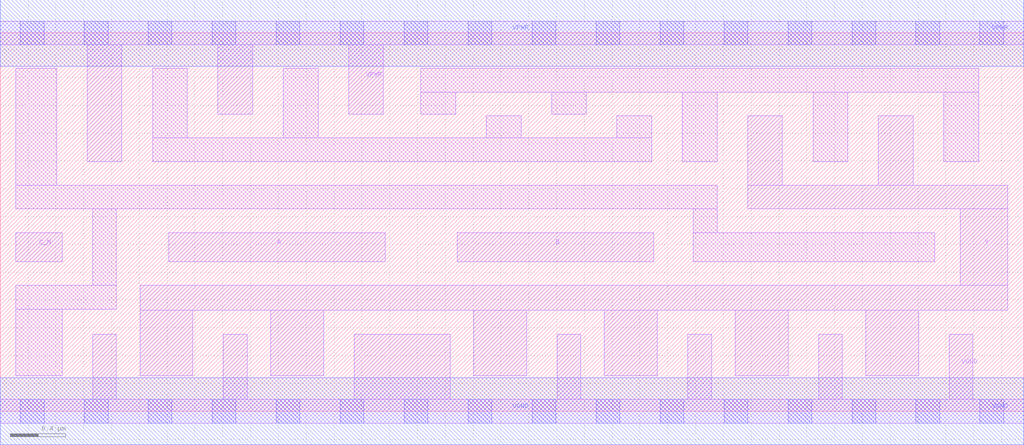
<source format=lef>
# Copyright 2020 The SkyWater PDK Authors
#
# Licensed under the Apache License, Version 2.0 (the "License");
# you may not use this file except in compliance with the License.
# You may obtain a copy of the License at
#
#     https://www.apache.org/licenses/LICENSE-2.0
#
# Unless required by applicable law or agreed to in writing, software
# distributed under the License is distributed on an "AS IS" BASIS,
# WITHOUT WARRANTIES OR CONDITIONS OF ANY KIND, either express or implied.
# See the License for the specific language governing permissions and
# limitations under the License.
#
# SPDX-License-Identifier: Apache-2.0

VERSION 5.7 ;
  NAMESCASESENSITIVE ON ;
  NOWIREEXTENSIONATPIN ON ;
  DIVIDERCHAR "/" ;
  BUSBITCHARS "[]" ;
UNITS
  DATABASE MICRONS 200 ;
END UNITS
PROPERTYDEFINITIONS
  MACRO maskLayoutSubType STRING ;
  MACRO prCellType STRING ;
  MACRO originalViewName STRING ;
END PROPERTYDEFINITIONS
MACRO sky130_fd_sc_hdll__nor3b_4
  CLASS CORE ;
  FOREIGN sky130_fd_sc_hdll__nor3b_4 ;
  ORIGIN  0.000000  0.000000 ;
  SIZE  7.360000 BY  2.720000 ;
  SYMMETRY X Y R90 ;
  SITE unithd ;
  PIN A
    ANTENNAGATEAREA  1.110000 ;
    DIRECTION INPUT ;
    USE SIGNAL ;
    PORT
      LAYER li1 ;
        RECT 1.210000 1.075000 2.770000 1.285000 ;
    END
  END A
  PIN B
    ANTENNAGATEAREA  1.110000 ;
    DIRECTION INPUT ;
    USE SIGNAL ;
    PORT
      LAYER li1 ;
        RECT 3.285000 1.075000 4.700000 1.285000 ;
    END
  END B
  PIN C_N
    ANTENNAGATEAREA  0.277500 ;
    DIRECTION INPUT ;
    USE SIGNAL ;
    PORT
      LAYER li1 ;
        RECT 0.110000 1.075000 0.445000 1.285000 ;
    END
  END C_N
  PIN Y
    ANTENNADIFFAREA  1.925500 ;
    DIRECTION OUTPUT ;
    USE SIGNAL ;
    PORT
      LAYER li1 ;
        RECT 1.005000 0.255000 1.385000 0.725000 ;
        RECT 1.005000 0.725000 7.245000 0.905000 ;
        RECT 1.945000 0.255000 2.325000 0.725000 ;
        RECT 3.405000 0.255000 3.785000 0.725000 ;
        RECT 4.345000 0.255000 4.725000 0.725000 ;
        RECT 5.285000 0.255000 5.665000 0.725000 ;
        RECT 5.375000 1.455000 7.245000 1.625000 ;
        RECT 5.375000 1.625000 5.625000 2.125000 ;
        RECT 6.225000 0.255000 6.605000 0.725000 ;
        RECT 6.315000 1.625000 6.565000 2.125000 ;
        RECT 6.905000 0.905000 7.245000 1.455000 ;
    END
  END Y
  PIN VGND
    DIRECTION INOUT ;
    USE GROUND ;
    PORT
      LAYER li1 ;
        RECT 0.000000 -0.085000 7.360000 0.085000 ;
        RECT 0.665000  0.085000 0.835000 0.555000 ;
        RECT 1.605000  0.085000 1.775000 0.555000 ;
        RECT 2.545000  0.085000 3.235000 0.555000 ;
        RECT 4.005000  0.085000 4.175000 0.555000 ;
        RECT 4.945000  0.085000 5.115000 0.555000 ;
        RECT 5.885000  0.085000 6.055000 0.555000 ;
        RECT 6.825000  0.085000 6.995000 0.555000 ;
      LAYER mcon ;
        RECT 0.145000 -0.085000 0.315000 0.085000 ;
        RECT 0.605000 -0.085000 0.775000 0.085000 ;
        RECT 1.065000 -0.085000 1.235000 0.085000 ;
        RECT 1.525000 -0.085000 1.695000 0.085000 ;
        RECT 1.985000 -0.085000 2.155000 0.085000 ;
        RECT 2.445000 -0.085000 2.615000 0.085000 ;
        RECT 2.905000 -0.085000 3.075000 0.085000 ;
        RECT 3.365000 -0.085000 3.535000 0.085000 ;
        RECT 3.825000 -0.085000 3.995000 0.085000 ;
        RECT 4.285000 -0.085000 4.455000 0.085000 ;
        RECT 4.745000 -0.085000 4.915000 0.085000 ;
        RECT 5.205000 -0.085000 5.375000 0.085000 ;
        RECT 5.665000 -0.085000 5.835000 0.085000 ;
        RECT 6.125000 -0.085000 6.295000 0.085000 ;
        RECT 6.585000 -0.085000 6.755000 0.085000 ;
        RECT 7.045000 -0.085000 7.215000 0.085000 ;
      LAYER met1 ;
        RECT 0.000000 -0.240000 7.360000 0.240000 ;
    END
  END VGND
  PIN VPWR
    DIRECTION INOUT ;
    USE POWER ;
    PORT
      LAYER li1 ;
        RECT 0.000000 2.635000 7.360000 2.805000 ;
        RECT 0.625000 1.795000 0.875000 2.635000 ;
        RECT 1.565000 2.135000 1.815000 2.635000 ;
        RECT 2.505000 2.135000 2.755000 2.635000 ;
      LAYER mcon ;
        RECT 0.145000 2.635000 0.315000 2.805000 ;
        RECT 0.605000 2.635000 0.775000 2.805000 ;
        RECT 1.065000 2.635000 1.235000 2.805000 ;
        RECT 1.525000 2.635000 1.695000 2.805000 ;
        RECT 1.985000 2.635000 2.155000 2.805000 ;
        RECT 2.445000 2.635000 2.615000 2.805000 ;
        RECT 2.905000 2.635000 3.075000 2.805000 ;
        RECT 3.365000 2.635000 3.535000 2.805000 ;
        RECT 3.825000 2.635000 3.995000 2.805000 ;
        RECT 4.285000 2.635000 4.455000 2.805000 ;
        RECT 4.745000 2.635000 4.915000 2.805000 ;
        RECT 5.205000 2.635000 5.375000 2.805000 ;
        RECT 5.665000 2.635000 5.835000 2.805000 ;
        RECT 6.125000 2.635000 6.295000 2.805000 ;
        RECT 6.585000 2.635000 6.755000 2.805000 ;
        RECT 7.045000 2.635000 7.215000 2.805000 ;
      LAYER met1 ;
        RECT 0.000000 2.480000 7.360000 2.960000 ;
    END
  END VPWR
  OBS
    LAYER li1 ;
      RECT 0.110000 0.255000 0.445000 0.735000 ;
      RECT 0.110000 0.735000 0.835000 0.905000 ;
      RECT 0.110000 1.455000 5.155000 1.625000 ;
      RECT 0.110000 1.625000 0.405000 2.465000 ;
      RECT 0.665000 0.905000 0.835000 1.455000 ;
      RECT 1.095000 1.795000 4.685000 1.965000 ;
      RECT 1.095000 1.965000 1.345000 2.465000 ;
      RECT 2.035000 1.965000 2.285000 2.465000 ;
      RECT 3.025000 2.135000 3.275000 2.295000 ;
      RECT 3.025000 2.295000 7.035000 2.465000 ;
      RECT 3.495000 1.965000 3.745000 2.125000 ;
      RECT 3.965000 2.135000 4.215000 2.295000 ;
      RECT 4.435000 1.965000 4.685000 2.125000 ;
      RECT 4.905000 1.795000 5.155000 2.295000 ;
      RECT 4.985000 1.075000 6.720000 1.285000 ;
      RECT 4.985000 1.285000 5.155000 1.455000 ;
      RECT 5.845000 1.795000 6.095000 2.295000 ;
      RECT 6.785000 1.795000 7.035000 2.295000 ;
  END
  PROPERTY maskLayoutSubType "abstract" ;
  PROPERTY prCellType "standard" ;
  PROPERTY originalViewName "layout" ;
END sky130_fd_sc_hdll__nor3b_4

</source>
